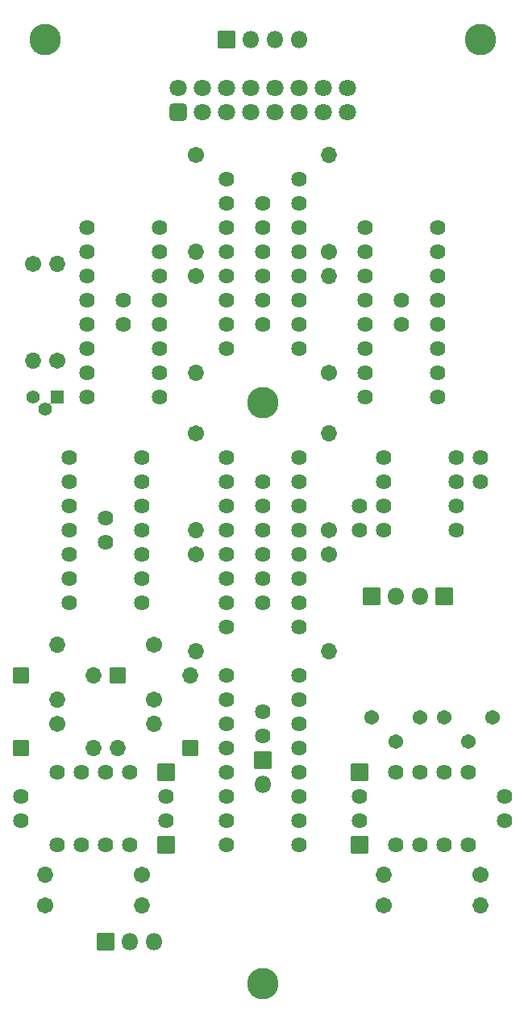
<source format=gts>
G04 #@! TF.GenerationSoftware,KiCad,Pcbnew,(6.0.0)*
G04 #@! TF.CreationDate,2022-08-08T23:12:55+02:00*
G04 #@! TF.ProjectId,FG-VCO-(core2),46472d56-434f-42d2-9863-6f726532292e,rev?*
G04 #@! TF.SameCoordinates,Original*
G04 #@! TF.FileFunction,Soldermask,Top*
G04 #@! TF.FilePolarity,Negative*
%FSLAX46Y46*%
G04 Gerber Fmt 4.6, Leading zero omitted, Abs format (unit mm)*
G04 Created by KiCad (PCBNEW (6.0.0)) date 2022-08-08 23:12:55*
%MOMM*%
%LPD*%
G01*
G04 APERTURE LIST*
G04 Aperture macros list*
%AMRoundRect*
0 Rectangle with rounded corners*
0 $1 Rounding radius*
0 $2 $3 $4 $5 $6 $7 $8 $9 X,Y pos of 4 corners*
0 Add a 4 corners polygon primitive as box body*
4,1,4,$2,$3,$4,$5,$6,$7,$8,$9,$2,$3,0*
0 Add four circle primitives for the rounded corners*
1,1,$1+$1,$2,$3*
1,1,$1+$1,$4,$5*
1,1,$1+$1,$6,$7*
1,1,$1+$1,$8,$9*
0 Add four rect primitives between the rounded corners*
20,1,$1+$1,$2,$3,$4,$5,0*
20,1,$1+$1,$4,$5,$6,$7,0*
20,1,$1+$1,$6,$7,$8,$9,0*
20,1,$1+$1,$8,$9,$2,$3,0*%
G04 Aperture macros list end*
%ADD10C,1.702000*%
%ADD11O,1.702000X1.702000*%
%ADD12C,1.626000*%
%ADD13RoundRect,0.051000X-0.800000X-0.800000X0.800000X-0.800000X0.800000X0.800000X-0.800000X0.800000X0*%
%ADD14RoundRect,0.051000X0.650000X0.650000X-0.650000X0.650000X-0.650000X-0.650000X0.650000X-0.650000X0*%
%ADD15C,1.402000*%
%ADD16RoundRect,0.051000X-0.850000X0.850000X-0.850000X-0.850000X0.850000X-0.850000X0.850000X0.850000X0*%
%ADD17C,1.542000*%
%ADD18C,3.302000*%
%ADD19RoundRect,0.301000X0.600000X-0.600000X0.600000X0.600000X-0.600000X0.600000X-0.600000X-0.600000X0*%
%ADD20C,1.802000*%
%ADD21RoundRect,0.051000X-0.850000X-0.850000X0.850000X-0.850000X0.850000X0.850000X-0.850000X0.850000X0*%
%ADD22RoundRect,0.051000X0.800000X0.800000X-0.800000X0.800000X-0.800000X-0.800000X0.800000X-0.800000X0*%
%ADD23O,1.802000X1.802000*%
%ADD24RoundRect,0.051000X0.850000X0.850000X-0.850000X0.850000X-0.850000X-0.850000X0.850000X-0.850000X0*%
G04 APERTURE END LIST*
D10*
X13970000Y-91440000D03*
D11*
X3810000Y-91440000D03*
D10*
X2540000Y-27305000D03*
D11*
X2540000Y-37465000D03*
D12*
X12065000Y-31115000D03*
X12065000Y-33655000D03*
D10*
X33655000Y-26035000D03*
D11*
X33655000Y-15875000D03*
D10*
X3810000Y-94615000D03*
D11*
X13970000Y-94615000D03*
D13*
X1270000Y-70485000D03*
D11*
X8890000Y-70485000D03*
D12*
X12700000Y-80645000D03*
X10160000Y-80645000D03*
X7620000Y-80645000D03*
X5080000Y-80645000D03*
X5080000Y-88265000D03*
X7620000Y-88265000D03*
X10160000Y-88265000D03*
X12700000Y-88265000D03*
X41275000Y-33655000D03*
X41275000Y-31115000D03*
X26670000Y-52705000D03*
X26670000Y-50165000D03*
X40640000Y-88265000D03*
X43180000Y-88265000D03*
X45720000Y-88265000D03*
X48260000Y-88265000D03*
X48260000Y-80645000D03*
X45720000Y-80645000D03*
X43180000Y-80645000D03*
X40640000Y-80645000D03*
D10*
X19685000Y-45085000D03*
D11*
X19685000Y-55245000D03*
D14*
X5080000Y-41275000D03*
D15*
X3810000Y-42545000D03*
X2540000Y-41275000D03*
D12*
X26670000Y-76835000D03*
X26670000Y-74295000D03*
X22860000Y-70485000D03*
X22860000Y-73025000D03*
X22860000Y-75565000D03*
X22860000Y-78105000D03*
X22860000Y-80645000D03*
X22860000Y-83185000D03*
X22860000Y-85725000D03*
X22860000Y-88265000D03*
X30480000Y-88265000D03*
X30480000Y-85725000D03*
X30480000Y-83185000D03*
X30480000Y-80645000D03*
X30480000Y-78105000D03*
X30480000Y-75565000D03*
X30480000Y-73025000D03*
X30480000Y-70485000D03*
X10160000Y-53975000D03*
X10160000Y-56515000D03*
D10*
X19685000Y-28575000D03*
D11*
X19685000Y-38735000D03*
D12*
X22860000Y-47625000D03*
X22860000Y-50165000D03*
X22860000Y-52705000D03*
X22860000Y-55245000D03*
X22860000Y-57785000D03*
X22860000Y-60325000D03*
X22860000Y-62865000D03*
X22860000Y-65405000D03*
X30480000Y-65405000D03*
X30480000Y-62865000D03*
X30480000Y-60325000D03*
X30480000Y-57785000D03*
X30480000Y-55245000D03*
X30480000Y-52705000D03*
X30480000Y-50165000D03*
X30480000Y-47625000D03*
D10*
X5080000Y-37465000D03*
D11*
X5080000Y-27305000D03*
D10*
X15240000Y-73025000D03*
D11*
X5080000Y-73025000D03*
D16*
X36830000Y-80645000D03*
D12*
X52070000Y-85725000D03*
X52070000Y-83185000D03*
D10*
X15240000Y-67310000D03*
D11*
X5080000Y-67310000D03*
D17*
X45720000Y-74930000D03*
X48260000Y-77470000D03*
X50800000Y-74930000D03*
D16*
X16510000Y-88265000D03*
D12*
X26670000Y-26035000D03*
X26670000Y-28575000D03*
X16510000Y-85725000D03*
X16510000Y-83185000D03*
X1270000Y-83185000D03*
X1270000Y-85725000D03*
D10*
X5080000Y-75565000D03*
D11*
X15240000Y-75565000D03*
D10*
X33655000Y-57785000D03*
D11*
X33655000Y-67945000D03*
D10*
X33655000Y-55245000D03*
D11*
X33655000Y-45085000D03*
D10*
X19685000Y-15875000D03*
D11*
X19685000Y-26035000D03*
D10*
X39370000Y-94615000D03*
D11*
X49530000Y-94615000D03*
D16*
X16510000Y-80645000D03*
D18*
X26670000Y-41910000D03*
D19*
X17780000Y-11430000D03*
D20*
X17780000Y-8890000D03*
X20320000Y-11430000D03*
X20320000Y-8890000D03*
X22860000Y-11430000D03*
X22860000Y-8890000D03*
X25400000Y-11430000D03*
X25400000Y-8890000D03*
X27940000Y-11430000D03*
X27940000Y-8890000D03*
X30480000Y-11430000D03*
X30480000Y-8890000D03*
X33020000Y-11430000D03*
X33020000Y-8890000D03*
X35560000Y-11430000D03*
X35560000Y-8890000D03*
D12*
X26670000Y-62865000D03*
X26670000Y-60325000D03*
D17*
X38100000Y-74930000D03*
X40640000Y-77470000D03*
X43180000Y-74930000D03*
D21*
X45720000Y-62230000D03*
D13*
X1270000Y-78105000D03*
D11*
X8890000Y-78105000D03*
D10*
X19685000Y-57785000D03*
D11*
X19685000Y-67945000D03*
D12*
X15875000Y-41275000D03*
X15875000Y-38735000D03*
X15875000Y-36195000D03*
X15875000Y-33655000D03*
X15875000Y-31115000D03*
X15875000Y-28575000D03*
X15875000Y-26035000D03*
X15875000Y-23495000D03*
X8255000Y-23495000D03*
X8255000Y-26035000D03*
X8255000Y-28575000D03*
X8255000Y-31115000D03*
X8255000Y-33655000D03*
X8255000Y-36195000D03*
X8255000Y-38735000D03*
X8255000Y-41275000D03*
D10*
X33655000Y-38735000D03*
D11*
X33655000Y-28575000D03*
D18*
X3810000Y-3810000D03*
D12*
X22860000Y-18415000D03*
X22860000Y-20955000D03*
X22860000Y-23495000D03*
X22860000Y-26035000D03*
X22860000Y-28575000D03*
X22860000Y-31115000D03*
X22860000Y-33655000D03*
X22860000Y-36195000D03*
X30480000Y-36195000D03*
X30480000Y-33655000D03*
X30480000Y-31115000D03*
X30480000Y-28575000D03*
X30480000Y-26035000D03*
X30480000Y-23495000D03*
X30480000Y-20955000D03*
X30480000Y-18415000D03*
X26670000Y-55245000D03*
X26670000Y-57785000D03*
X13970000Y-62865000D03*
X13970000Y-60325000D03*
X13970000Y-57785000D03*
X13970000Y-55245000D03*
X13970000Y-52705000D03*
X13970000Y-50165000D03*
X13970000Y-47625000D03*
X6350000Y-47625000D03*
X6350000Y-50165000D03*
X6350000Y-52705000D03*
X6350000Y-55245000D03*
X6350000Y-57785000D03*
X6350000Y-60325000D03*
X6350000Y-62865000D03*
D13*
X11430000Y-70485000D03*
D11*
X19050000Y-70485000D03*
D12*
X49530000Y-50165000D03*
X49530000Y-47625000D03*
X26670000Y-31115000D03*
X26670000Y-33655000D03*
D16*
X36830000Y-88265000D03*
D18*
X26670000Y-102870000D03*
D12*
X36830000Y-83185000D03*
X36830000Y-85725000D03*
D22*
X19050000Y-78105000D03*
D11*
X11430000Y-78105000D03*
D12*
X37465000Y-23495000D03*
X37465000Y-26035000D03*
X37465000Y-28575000D03*
X37465000Y-31115000D03*
X37465000Y-33655000D03*
X37465000Y-36195000D03*
X37465000Y-38735000D03*
X37465000Y-41275000D03*
X45085000Y-41275000D03*
X45085000Y-38735000D03*
X45085000Y-36195000D03*
X45085000Y-33655000D03*
X45085000Y-31115000D03*
X45085000Y-28575000D03*
X45085000Y-26035000D03*
X45085000Y-23495000D03*
D18*
X49530000Y-3810000D03*
D12*
X46990000Y-55245000D03*
X46990000Y-52705000D03*
X46990000Y-50165000D03*
X46990000Y-47625000D03*
X39370000Y-47625000D03*
X39370000Y-50165000D03*
X39370000Y-52705000D03*
X39370000Y-55245000D03*
X26670000Y-23495000D03*
X26670000Y-20955000D03*
X36830000Y-55245000D03*
X36830000Y-52705000D03*
D10*
X49530000Y-91440000D03*
D11*
X39370000Y-91440000D03*
D16*
X10160000Y-98425000D03*
D23*
X12700000Y-98425000D03*
X15240000Y-98425000D03*
D24*
X26670000Y-79370000D03*
D23*
X26670000Y-81910000D03*
D16*
X22860000Y-3810000D03*
D23*
X25400000Y-3810000D03*
X27940000Y-3810000D03*
X30480000Y-3810000D03*
D16*
X38100000Y-62230000D03*
D23*
X40640000Y-62230000D03*
X43180000Y-62230000D03*
G36*
X4380387Y-41850751D02*
G01*
X4381000Y-41852192D01*
X4381000Y-41924801D01*
X4384767Y-41943738D01*
X4395380Y-41959620D01*
X4411262Y-41970233D01*
X4430199Y-41974000D01*
X4502212Y-41974000D01*
X4503944Y-41975000D01*
X4503944Y-41977000D01*
X4502775Y-41977919D01*
X4435760Y-41997596D01*
X4390405Y-42049939D01*
X4380534Y-42118593D01*
X4395787Y-42162664D01*
X4404729Y-42178151D01*
X4404729Y-42180151D01*
X4402997Y-42181151D01*
X4401349Y-42180284D01*
X4334316Y-42082751D01*
X4208924Y-41971031D01*
X4106591Y-41916848D01*
X4105528Y-41915153D01*
X4106464Y-41913386D01*
X4108340Y-41913253D01*
X4160968Y-41936685D01*
X4161331Y-41936894D01*
X4181473Y-41951528D01*
X4246986Y-41974902D01*
X4314444Y-41959215D01*
X4362745Y-41909514D01*
X4377059Y-41851711D01*
X4378446Y-41850270D01*
X4380387Y-41850751D01*
G37*
M02*

</source>
